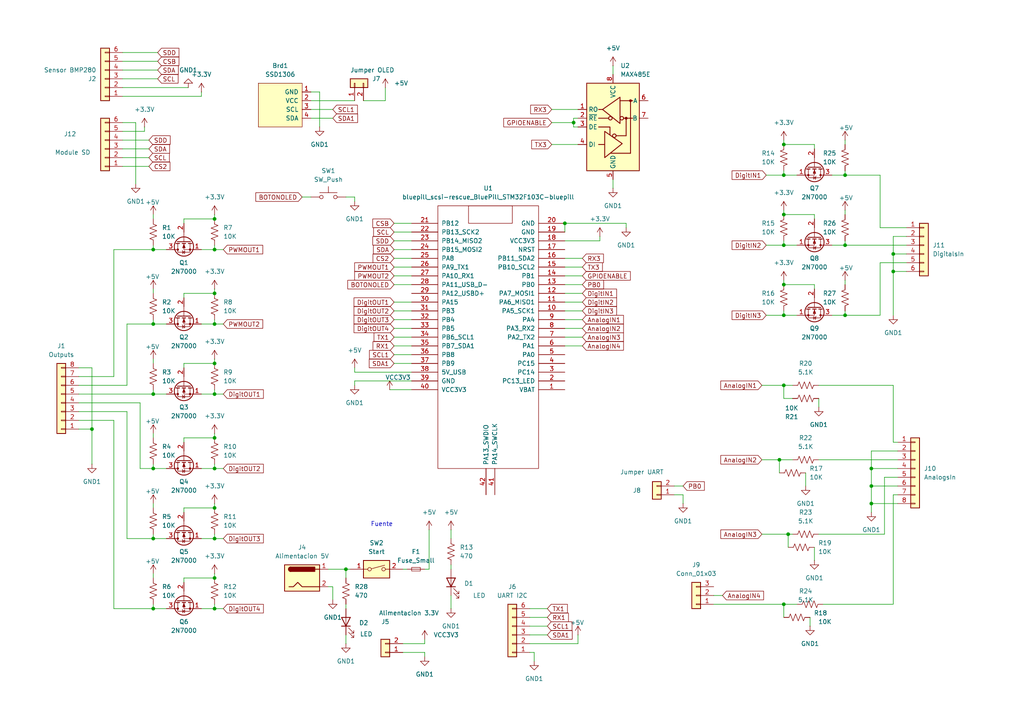
<source format=kicad_sch>
(kicad_sch (version 20250114) (generator "eeschema") (generator_version "9.0")
  (paper "A4")
  (lib_symbols
    (symbol "Connector:Barrel_Jack" (pin_names (offset 1.016))
      (property "Reference" "J" (at 0 5.334 0))
      (property "Value" "Barrel_Jack" (at 0 -5.08 0))
      (symbol "Barrel_Jack_1_1"
        (pin passive line (at 7.62 2.54 180) (length 2.54) (name "~") (number "1"))
        (pin passive line (at 7.62 -2.54 180) (length 2.54) (name "~") (number "2"))
      )
    )
    (symbol "Connector_Generic:Conn_01x02" (pin_names (offset 1.016) (hide yes))
      (property "Reference" "J" (at 0 2.54 0))
      (property "Value" "Conn_01x02" (at 0 -5.08 0))
      (symbol "Conn_01x02_1_1"
        (pin passive line (at -5.08 0 0) (length 3.81) (name "Pin_1") (number "1"))
        (pin passive line (at -5.08 -2.54 0) (length 3.81) (name "Pin_2") (number "2"))
      )
    )
    (symbol "Connector_Generic:Conn_01x03" (pin_names (offset 1.016) (hide yes))
      (property "Reference" "J" (at 0 5.08 0))
      (property "Value" "Conn_01x03" (at 0 -5.08 0))
      (symbol "Conn_01x03_1_1"
        (pin passive line (at -5.08 2.54 0) (length 3.81) (name "Pin_1") (number "1"))
        (pin passive line (at -5.08 0 0) (length 3.81) (name "Pin_2") (number "2"))
        (pin passive line (at -5.08 -2.54 0) (length 3.81) (name "Pin_3") (number "3"))
      )
    )
    (symbol "Connector_Generic:Conn_01x06" (pin_names (offset 1.016) (hide yes))
      (property "Reference" "J" (at 0 7.62 0))
      (property "Value" "Conn_01x06" (at 0 -10.16 0))
      (symbol "Conn_01x06_1_1"
        (pin passive line (at -5.08 5.08 0) (length 3.81) (name "Pin_1") (number "1"))
        (pin passive line (at -5.08 2.54 0) (length 3.81) (name "Pin_2") (number "2"))
        (pin passive line (at -5.08 0 0) (length 3.81) (name "Pin_3") (number "3"))
        (pin passive line (at -5.08 -2.54 0) (length 3.81) (name "Pin_4") (number "4"))
        (pin passive line (at -5.08 -5.08 0) (length 3.81) (name "Pin_5") (number "5"))
        (pin passive line (at -5.08 -7.62 0) (length 3.81) (name "Pin_6") (number "6"))
      )
    )
    (symbol "Connector_Generic:Conn_01x08" (pin_names (offset 1.016) (hide yes))
      (property "Reference" "J" (at 0 10.16 0))
      (property "Value" "Conn_01x08" (at 0 -12.7 0))
      (symbol "Conn_01x08_1_1"
        (pin passive line (at -5.08 7.62 0) (length 3.81) (name "Pin_1") (number "1"))
        (pin passive line (at -5.08 5.08 0) (length 3.81) (name "Pin_2") (number "2"))
        (pin passive line (at -5.08 2.54 0) (length 3.81) (name "Pin_3") (number "3"))
        (pin passive line (at -5.08 0 0) (length 3.81) (name "Pin_4") (number "4"))
        (pin passive line (at -5.08 -2.54 0) (length 3.81) (name "Pin_5") (number "5"))
        (pin passive line (at -5.08 -5.08 0) (length 3.81) (name "Pin_6") (number "6"))
        (pin passive line (at -5.08 -7.62 0) (length 3.81) (name "Pin_7") (number "7"))
        (pin passive line (at -5.08 -10.16 0) (length 3.81) (name "Pin_8") (number "8"))
      )
    )
    (symbol "Device:Fuse_Small" (pin_numbers (hide yes)) (pin_names (offset 0.254) (hide yes))
      (property "Reference" "F" (at 0 -1.524 0))
      (property "Value" "Fuse_Small" (at 0 1.524 0))
      (symbol "Fuse_Small_1_1"
        (pin passive line (at -2.54 0 0) (length 1.27) (name "~") (number "1"))
        (pin passive line (at 2.54 0 180) (length 1.27) (name "~") (number "2"))
      )
    )
    (symbol "Device:LED" (pin_numbers (hide yes)) (pin_names (offset 1.016) (hide yes))
      (property "Reference" "D" (at 0 2.54 0))
      (property "Value" "LED" (at 0 -2.54 0))
      (symbol "LED_1_1"
        (pin passive line (at -3.81 0 0) (length 2.54) (name "K") (number "1"))
        (pin passive line (at 3.81 0 180) (length 2.54) (name "A") (number "2"))
      )
    )
    (symbol "Device:R_US" (pin_numbers (hide yes)) (pin_names (offset 0))
      (property "Reference" "R" (at 2.54 0 90))
      (property "Value" "R_US" (at -2.54 0 90))
      (symbol "R_US_1_1"
        (pin passive line (at 0 3.81 270) (length 1.27) (name "~") (number "1"))
        (pin passive line (at 0 -3.81 90) (length 1.27) (name "~") (number "2"))
      )
    )
    (symbol "Interface_UART:MAX485E"
      (property "Reference" "U" (at -6.985 13.97 0))
      (property "Value" "MAX485E" (at 1.905 13.97 0))
      (symbol "MAX485E_1_1"
        (pin output line (at -10.16 5.08 0) (length 2.54) (name "RO") (number "1"))
        (pin input line (at -10.16 2.54 0) (length 2.54) (name "~{RE}") (number "2"))
        (pin input line (at -10.16 0 0) (length 2.54) (name "DE") (number "3"))
        (pin input line (at -10.16 -5.08 0) (length 2.54) (name "DI") (number "4"))
        (pin power_in line (at 0 15.24 270) (length 2.54) (name "VCC") (number "8"))
        (pin power_in line (at 0 -15.24 90) (length 2.54) (name "GND") (number "5"))
        (pin bidirectional line (at 10.16 7.62 180) (length 2.54) (name "A") (number "6"))
        (pin bidirectional line (at 10.16 2.54 180) (length 2.54) (name "B") (number "7"))
      )
    )
    (symbol "SSD1306-128x64_OLED:SSD1306" (pin_names (offset 1.016))
      (property "Reference" "Brd" (at 0 -3.81 0))
      (property "Value" "SSD1306" (at 0 -1.27 0))
      (symbol "SSD1306_1_1"
        (pin input line (at -3.81 8.89 270) (length 2.54) (name "GND") (number "1"))
        (pin input line (at -1.27 8.89 270) (length 2.54) (name "VCC") (number "2"))
        (pin input line (at 1.27 8.89 270) (length 2.54) (name "SCL") (number "3"))
        (pin input line (at 3.81 8.89 270) (length 2.54) (name "SDA") (number "4"))
      )
    )
    (symbol "Switch:SW_DIP_x01" (pin_names (offset 0) (hide yes))
      (property "Reference" "SW" (at 0 3.81 0))
      (property "Value" "SW_DIP_x01" (at 0 -3.81 0))
      (symbol "SW_DIP_x01_1_1"
        (pin passive line (at -7.62 0 0) (length 5.08) (name "~") (number "1"))
        (pin passive line (at 7.62 0 180) (length 5.08) (name "~") (number "2"))
      )
    )
    (symbol "Switch:SW_Push" (pin_numbers (hide yes)) (pin_names (offset 1.016) (hide yes))
      (property "Reference" "SW" (at 1.27 2.54 0))
      (property "Value" "SW_Push" (at 0 -1.524 0))
      (symbol "SW_Push_0_1"
        (pin passive line (at -5.08 0 0) (length 2.54) (name "1") (number "1"))
        (pin passive line (at 5.08 0 180) (length 2.54) (name "2") (number "2"))
      )
    )
    (symbol "Transistor_FET:2N7000" (pin_names (hide yes))
      (property "Reference" "Q" (at 5.08 1.905 0))
      (property "Value" "2N7000" (at 5.08 0 0))
      (symbol "2N7000_1_1"
        (pin input line (at -5.08 0 0) (length 2.54) (name "G") (number "2"))
        (pin passive line (at 2.54 5.08 270) (length 2.54) (name "D") (number "3"))
        (pin passive line (at 2.54 -5.08 90) (length 2.54) (name "S") (number "1"))
      )
    )
    (symbol "bluepill_scsi-rescue:BluePill_STM32F103C-bluepill-bluepill_scsi-rescue" (pin_names (offset 1.016))
      (property "Reference" "U" (at -11.43 -34.29 0))
      (property "Value" "bluepill_scsi-rescue_BluePill_STM32F103C-bluepill" (at 1.27 21.59 0))
      (symbol "BluePill_STM32F103C-bluepill-bluepill_scsi-rescue_1_1"
        (pin power_in line (at -21.59 17.78 0) (length 7.62) (name "VBAT") (number "1"))
        (pin bidirectional line (at -21.59 15.24 0) (length 7.62) (name "PC13_LED") (number "2"))
        (pin bidirectional line (at -21.59 12.7 0) (length 7.62) (name "PC14") (number "3"))
        (pin bidirectional line (at -21.59 10.16 0) (length 7.62) (name "PC15") (number "4"))
        (pin bidirectional line (at -21.59 7.62 0) (length 7.62) (name "PA0") (number "5"))
        (pin bidirectional line (at -21.59 5.08 0) (length 7.62) (name "PA1") (number "6"))
        (pin bidirectional line (at -21.59 2.54 0) (length 7.62) (name "PA2_TX2") (number "7"))
        (pin bidirectional line (at -21.59 0 0) (length 7.62) (name "PA3_RX2") (number "8"))
        (pin bidirectional line (at -21.59 -2.54 0) (length 7.62) (name "PA4") (number "9"))
        (pin bidirectional line (at -21.59 -5.08 0) (length 7.62) (name "PA5_SCK1") (number "10"))
        (pin bidirectional line (at -21.59 -7.62 0) (length 7.62) (name "PA6_MISO1") (number "11"))
        (pin bidirectional line (at -21.59 -10.16 0) (length 7.62) (name "PA7_MOSI1") (number "12"))
        (pin bidirectional line (at -21.59 -12.7 0) (length 7.62) (name "PB0") (number "13"))
        (pin bidirectional line (at -21.59 -15.24 0) (length 7.62) (name "PB1") (number "14"))
        (pin bidirectional line (at -21.59 -17.78 0) (length 7.62) (name "PB10_SCL2") (number "15"))
        (pin bidirectional line (at -21.59 -20.32 0) (length 7.62) (name "PB11_SDA2") (number "16"))
        (pin input line (at -21.59 -22.86 0) (length 7.62) (name "NRST") (number "17"))
        (pin bidirectional line (at -21.59 -25.4 0) (length 7.62) (name "VCC3V3") (number "18"))
        (pin power_in line (at -21.59 -27.94 0) (length 7.62) (name "GND") (number "19"))
        (pin power_in line (at -21.59 -30.48 0) (length 7.62) (name "GND") (number "20"))
        (pin bidirectional line (at -1.27 48.26 270) (length 7.62) (name "PA14_SWCLK") (number "41"))
        (pin bidirectional line (at 1.27 48.26 270) (length 7.62) (name "PA13_SWDIO") (number "42"))
        (pin bidirectional line (at 22.86 17.78 180) (length 7.62) (name "VCC3V3") (number "40"))
        (pin power_in line (at 22.86 15.24 180) (length 7.62) (name "GND") (number "39"))
        (pin bidirectional line (at 22.86 12.7 180) (length 7.62) (name "5V_USB") (number "38"))
        (pin bidirectional line (at 22.86 10.16 180) (length 7.62) (name "PB9") (number "37"))
        (pin bidirectional line (at 22.86 7.62 180) (length 7.62) (name "PB8") (number "36"))
        (pin bidirectional line (at 22.86 5.08 180) (length 7.62) (name "PB7_SDA1") (number "35"))
        (pin bidirectional line (at 22.86 2.54 180) (length 7.62) (name "PB6_SCL1") (number "34"))
        (pin bidirectional line (at 22.86 0 180) (length 7.62) (name "PB5") (number "33"))
        (pin bidirectional line (at 22.86 -2.54 180) (length 7.62) (name "PB4") (number "32"))
        (pin bidirectional line (at 22.86 -5.08 180) (length 7.62) (name "PB3") (number "31"))
        (pin bidirectional line (at 22.86 -7.62 180) (length 7.62) (name "PA15") (number "30"))
        (pin bidirectional line (at 22.86 -10.16 180) (length 7.62) (name "PA12_USBD+") (number "29"))
        (pin bidirectional line (at 22.86 -12.7 180) (length 7.62) (name "PA11_USB_D-") (number "28"))
        (pin bidirectional line (at 22.86 -15.24 180) (length 7.62) (name "PA10_RX1") (number "27"))
        (pin bidirectional line (at 22.86 -17.78 180) (length 7.62) (name "PA9_TX1") (number "26"))
        (pin bidirectional line (at 22.86 -20.32 180) (length 7.62) (name "PA8") (number "25"))
        (pin bidirectional line (at 22.86 -22.86 180) (length 7.62) (name "PB15_MOSI2") (number "24"))
        (pin bidirectional line (at 22.86 -25.4 180) (length 7.62) (name "PB14_MISO2") (number "23"))
        (pin bidirectional line (at 22.86 -27.94 180) (length 7.62) (name "PB13_SCK2") (number "22"))
        (pin bidirectional line (at 22.86 -30.48 180) (length 7.62) (name "PB12") (number "21"))
      )
    )
    (symbol "power:+3.3V" (power) (pin_numbers (hide yes)) (pin_names (offset 0) (hide yes))
      (property "Value" "+3.3V" (at 0 3.556 0))
      (symbol "+3.3V_1_1"
        (pin power_in line (at 0 0 90) (length 0) (name "~") (number "1"))
      )
    )
    (symbol "power:+5V" (power) (pin_numbers (hide yes)) (pin_names (offset 0) (hide yes))
      (property "Value" "+5V" (at 0 3.556 0))
      (symbol "+5V_1_1"
        (pin power_in line (at 0 0 90) (length 0) (name "~") (number "1"))
      )
    )
    (symbol "power:GND1" (power) (pin_numbers (hide yes)) (pin_names (offset 0) (hide yes))
      (property "Value" "GND1" (at 0 -3.81 0))
      (symbol "GND1_1_1"
        (pin power_in line (at 0 0 270) (length 0) (name "~") (number "1"))
      )
    )
  )
  (text "Fuente\n" (at 110.744 152.146 0) (effects (font (size 1.27 1.27))))
  (junction (at 166.37 35.56))
  (junction (at 62.23 63.5))
  (junction (at 259.08 73.66))
  (junction (at 227.33 175.26))
  (junction (at 26.67 124.46))
  (junction (at 252.73 135.89))
  (junction (at 245.11 71.12))
  (junction (at 227.33 62.23))
  (junction (at 227.33 50.8))
  (junction (at 226.06 133.35))
  (junction (at 163.83 64.77))
  (junction (at 44.45 135.89))
  (junction (at 44.45 156.21))
  (junction (at 245.11 91.44))
  (junction (at 62.23 114.3))
  (junction (at 62.23 156.21))
  (junction (at 252.73 146.05))
  (junction (at 227.33 82.55))
  (junction (at 228.6 154.94))
  (junction (at 62.23 127))
  (junction (at 227.33 71.12))
  (junction (at 100.33 165.1))
  (junction (at 62.23 85.09))
  (junction (at 44.45 72.39))
  (junction (at 62.23 167.64))
  (junction (at 245.11 50.8))
  (junction (at 252.73 140.97))
  (junction (at 62.23 93.98))
  (junction (at 227.33 91.44))
  (junction (at 62.23 147.32))
  (junction (at 62.23 176.53))
  (junction (at 62.23 105.41))
  (junction (at 44.45 176.53))
  (junction (at 259.08 78.74))
  (junction (at 44.45 114.3))
  (junction (at 227.33 111.76))
  (junction (at 227.33 41.91))
  (junction (at 44.45 93.98))
  (junction (at 62.23 72.39))
  (junction (at 62.23 135.89))
  (wire (pts (xy 114.3 97.79) (xy 119.38 97.79)))
  (wire (pts (xy 53.34 168.91) (xy 53.34 167.64)))
  (wire (pts (xy 33.02 176.53) (xy 44.45 176.53)))
  (wire (pts (xy 39.37 35.56) (xy 39.37 53.34)))
  (wire (pts (xy 62.23 156.21) (xy 64.77 156.21)))
  (wire (pts (xy 116.84 165.1) (xy 118.11 165.1)))
  (wire (pts (xy 41.91 38.1) (xy 41.91 36.83)))
  (wire (pts (xy 207.01 175.26) (xy 227.33 175.26)))
  (wire (pts (xy 259.08 111.76) (xy 259.08 128.27)))
  (wire (pts (xy 252.73 130.81) (xy 252.73 135.89)))
  (wire (pts (xy 22.86 119.38) (xy 36.83 119.38)))
  (wire (pts (xy 123.19 189.23) (xy 123.19 190.5)))
  (wire (pts (xy 124.46 153.67) (xy 124.46 165.1)))
  (wire (pts (xy 62.23 166.37) (xy 62.23 167.64)))
  (wire (pts (xy 114.3 102.87) (xy 119.38 102.87)))
  (wire (pts (xy 222.25 91.44) (xy 227.33 91.44)))
  (wire (pts (xy 195.58 143.51) (xy 198.12 143.51)))
  (wire (pts (xy 245.11 71.12) (xy 262.89 71.12)))
  (wire (pts (xy 227.33 90.17) (xy 227.33 91.44)))
  (wire (pts (xy 237.49 154.94) (xy 256.54 154.94)))
  (wire (pts (xy 44.45 114.3) (xy 48.26 114.3)))
  (wire (pts (xy 229.87 115.57) (xy 227.33 115.57)))
  (wire (pts (xy 163.83 74.93) (xy 168.91 74.93)))
  (wire (pts (xy 167.64 184.15) (xy 167.64 186.69)))
  (wire (pts (xy 58.42 135.89) (xy 62.23 135.89)))
  (wire (pts (xy 237.49 111.76) (xy 259.08 111.76)))
  (wire (pts (xy 45.72 15.24) (xy 35.56 15.24)))
  (wire (pts (xy 231.14 50.8) (xy 227.33 50.8)))
  (wire (pts (xy 231.14 91.44) (xy 227.33 91.44)))
  (wire (pts (xy 227.33 40.64) (xy 227.33 41.91)))
  (wire (pts (xy 100.33 184.15) (xy 100.33 186.69)))
  (wire (pts (xy 228.6 154.94) (xy 229.87 154.94)))
  (wire (pts (xy 53.34 86.36) (xy 53.34 85.09)))
  (wire (pts (xy 62.23 62.23) (xy 62.23 63.5)))
  (wire (pts (xy 35.56 45.72) (xy 43.18 45.72)))
  (wire (pts (xy 181.61 64.77) (xy 181.61 66.04)))
  (wire (pts (xy 62.23 176.53) (xy 64.77 176.53)))
  (wire (pts (xy 245.11 71.12) (xy 241.3 71.12)))
  (wire (pts (xy 166.37 36.83) (xy 167.64 36.83)))
  (wire (pts (xy 163.83 64.77) (xy 163.83 67.31)))
  (wire (pts (xy 87.63 57.15) (xy 90.17 57.15)))
  (wire (pts (xy 62.23 72.39) (xy 64.77 72.39)))
  (wire (pts (xy 173.99 69.85) (xy 173.99 68.58)))
  (wire (pts (xy 58.42 114.3) (xy 62.23 114.3)))
  (wire (pts (xy 130.81 163.83) (xy 130.81 165.1)))
  (wire (pts (xy 114.3 67.31) (xy 119.38 67.31)))
  (wire (pts (xy 259.08 78.74) (xy 259.08 91.44)))
  (wire (pts (xy 44.45 156.21) (xy 48.26 156.21)))
  (wire (pts (xy 163.83 92.71) (xy 168.91 92.71)))
  (wire (pts (xy 40.64 135.89) (xy 44.45 135.89)))
  (wire (pts (xy 163.83 97.79) (xy 168.91 97.79)))
  (wire (pts (xy 35.56 43.18) (xy 43.18 43.18)))
  (wire (pts (xy 130.81 153.67) (xy 130.81 156.21)))
  (wire (pts (xy 226.06 133.35) (xy 226.06 137.16)))
  (wire (pts (xy 114.3 69.85) (xy 119.38 69.85)))
  (wire (pts (xy 227.33 69.85) (xy 227.33 71.12)))
  (wire (pts (xy 153.67 184.15) (xy 158.75 184.15)))
  (wire (pts (xy 116.84 189.23) (xy 123.19 189.23)))
  (wire (pts (xy 166.37 35.56) (xy 166.37 36.83)))
  (wire (pts (xy 238.76 175.26) (xy 259.08 175.26)))
  (wire (pts (xy 260.35 143.51) (xy 259.08 143.51)))
  (wire (pts (xy 62.23 175.26) (xy 62.23 176.53)))
  (wire (pts (xy 53.34 85.09) (xy 62.23 85.09)))
  (wire (pts (xy 44.45 93.98) (xy 48.26 93.98)))
  (wire (pts (xy 114.3 100.33) (xy 119.38 100.33)))
  (wire (pts (xy 245.11 60.96) (xy 245.11 62.23)))
  (wire (pts (xy 163.83 80.01) (xy 168.91 80.01)))
  (wire (pts (xy 44.45 134.62) (xy 44.45 135.89)))
  (wire (pts (xy 53.34 147.32) (xy 62.23 147.32)))
  (wire (pts (xy 96.52 170.18) (xy 95.25 170.18)))
  (wire (pts (xy 95.25 165.1) (xy 100.33 165.1)))
  (wire (pts (xy 102.87 110.49) (xy 102.87 111.76)))
  (wire (pts (xy 113.03 113.03) (xy 119.38 113.03)))
  (wire (pts (xy 245.11 81.28) (xy 245.11 82.55)))
  (wire (pts (xy 35.56 40.64) (xy 43.18 40.64)))
  (wire (pts (xy 153.67 176.53) (xy 158.75 176.53)))
  (wire (pts (xy 58.42 93.98) (xy 62.23 93.98)))
  (wire (pts (xy 53.34 167.64) (xy 62.23 167.64)))
  (wire (pts (xy 90.17 26.67) (xy 92.71 26.67)))
  (wire (pts (xy 40.64 116.84) (xy 40.64 135.89)))
  (wire (pts (xy 236.22 41.91) (xy 227.33 41.91)))
  (wire (pts (xy 90.17 31.75) (xy 96.52 31.75)))
  (wire (pts (xy 259.08 73.66) (xy 259.08 78.74)))
  (wire (pts (xy 252.73 135.89) (xy 252.73 140.97)))
  (wire (pts (xy 44.45 125.73) (xy 44.45 127)))
  (wire (pts (xy 114.3 64.77) (xy 119.38 64.77)))
  (wire (pts (xy 245.11 90.17) (xy 245.11 91.44)))
  (wire (pts (xy 35.56 35.56) (xy 39.37 35.56)))
  (wire (pts (xy 160.02 31.75) (xy 167.64 31.75)))
  (wire (pts (xy 114.3 90.17) (xy 119.38 90.17)))
  (wire (pts (xy 163.83 100.33) (xy 168.91 100.33)))
  (wire (pts (xy 22.86 116.84) (xy 40.64 116.84)))
  (wire (pts (xy 255.27 66.04) (xy 255.27 50.8)))
  (wire (pts (xy 227.33 49.53) (xy 227.33 50.8)))
  (wire (pts (xy 220.98 111.76) (xy 227.33 111.76)))
  (wire (pts (xy 35.56 48.26) (xy 43.18 48.26)))
  (wire (pts (xy 227.33 60.96) (xy 227.33 62.23)))
  (wire (pts (xy 22.86 109.22) (xy 33.02 109.22)))
  (wire (pts (xy 222.25 71.12) (xy 227.33 71.12)))
  (wire (pts (xy 163.83 90.17) (xy 168.91 90.17)))
  (wire (pts (xy 62.23 93.98) (xy 64.77 93.98)))
  (wire (pts (xy 245.11 49.53) (xy 245.11 50.8)))
  (wire (pts (xy 255.27 50.8) (xy 245.11 50.8)))
  (wire (pts (xy 234.95 179.07) (xy 234.95 181.61)))
  (wire (pts (xy 54.61 25.4) (xy 35.56 25.4)))
  (wire (pts (xy 252.73 148.59) (xy 252.73 146.05)))
  (wire (pts (xy 33.02 72.39) (xy 44.45 72.39)))
  (wire (pts (xy 236.22 63.5) (xy 236.22 62.23)))
  (wire (pts (xy 163.83 69.85) (xy 173.99 69.85)))
  (wire (pts (xy 114.3 77.47) (xy 119.38 77.47)))
  (wire (pts (xy 163.83 82.55) (xy 168.91 82.55)))
  (wire (pts (xy 259.08 73.66) (xy 262.89 73.66)))
  (wire (pts (xy 256.54 138.43) (xy 256.54 154.94)))
  (wire (pts (xy 114.3 80.01) (xy 119.38 80.01)))
  (wire (pts (xy 259.08 143.51) (xy 259.08 175.26)))
  (wire (pts (xy 102.87 57.15) (xy 100.33 57.15)))
  (wire (pts (xy 227.33 111.76) (xy 229.87 111.76)))
  (wire (pts (xy 124.46 165.1) (xy 123.19 165.1)))
  (wire (pts (xy 53.34 106.68) (xy 53.34 105.41)))
  (wire (pts (xy 62.23 113.03) (xy 62.23 114.3)))
  (wire (pts (xy 153.67 189.23) (xy 154.94 189.23)))
  (wire (pts (xy 260.35 138.43) (xy 256.54 138.43)))
  (wire (pts (xy 44.45 92.71) (xy 44.45 93.98)))
  (wire (pts (xy 177.8 52.07) (xy 177.8 54.61)))
  (wire (pts (xy 262.89 68.58) (xy 259.08 68.58)))
  (wire (pts (xy 245.11 91.44) (xy 241.3 91.44)))
  (wire (pts (xy 227.33 175.26) (xy 227.33 179.07)))
  (wire (pts (xy 44.45 104.14) (xy 44.45 105.41)))
  (wire (pts (xy 220.98 154.94) (xy 228.6 154.94)))
  (wire (pts (xy 154.94 189.23) (xy 154.94 191.77)))
  (wire (pts (xy 102.87 110.49) (xy 119.38 110.49)))
  (wire (pts (xy 220.98 133.35) (xy 226.06 133.35)))
  (wire (pts (xy 177.8 19.05) (xy 177.8 21.59)))
  (wire (pts (xy 163.83 77.47) (xy 168.91 77.47)))
  (wire (pts (xy 62.23 134.62) (xy 62.23 135.89)))
  (wire (pts (xy 44.45 166.37) (xy 44.45 167.64)))
  (wire (pts (xy 53.34 105.41) (xy 62.23 105.41)))
  (wire (pts (xy 119.38 107.95) (xy 102.87 107.95)))
  (wire (pts (xy 227.33 175.26) (xy 231.14 175.26)))
  (wire (pts (xy 33.02 121.92) (xy 33.02 176.53)))
  (wire (pts (xy 163.83 85.09) (xy 168.91 85.09)))
  (wire (pts (xy 36.83 111.76) (xy 36.83 93.98)))
  (wire (pts (xy 26.67 124.46) (xy 26.67 134.62)))
  (wire (pts (xy 62.23 146.05) (xy 62.23 147.32)))
  (wire (pts (xy 160.02 35.56) (xy 166.37 35.56)))
  (wire (pts (xy 44.45 113.03) (xy 44.45 114.3)))
  (wire (pts (xy 53.34 64.77) (xy 53.34 63.5)))
  (wire (pts (xy 36.83 119.38) (xy 36.83 156.21)))
  (wire (pts (xy 163.83 87.63) (xy 168.91 87.63)))
  (wire (pts (xy 166.37 34.29) (xy 166.37 35.56)))
  (wire (pts (xy 22.86 111.76) (xy 36.83 111.76)))
  (wire (pts (xy 123.19 186.69) (xy 123.19 185.42)))
  (wire (pts (xy 100.33 167.64) (xy 100.33 165.1)))
  (wire (pts (xy 100.33 165.1) (xy 101.6 165.1)))
  (wire (pts (xy 44.45 175.26) (xy 44.45 176.53)))
  (wire (pts (xy 105.41 29.21) (xy 111.76 29.21)))
  (wire (pts (xy 45.72 17.78) (xy 35.56 17.78)))
  (wire (pts (xy 226.06 133.35) (xy 229.87 133.35)))
  (wire (pts (xy 260.35 130.81) (xy 252.73 130.81)))
  (wire (pts (xy 53.34 148.59) (xy 53.34 147.32)))
  (wire (pts (xy 262.89 66.04) (xy 255.27 66.04)))
  (wire (pts (xy 33.02 109.22) (xy 33.02 72.39)))
  (wire (pts (xy 44.45 62.23) (xy 44.45 63.5)))
  (wire (pts (xy 62.23 125.73) (xy 62.23 127)))
  (wire (pts (xy 114.3 82.55) (xy 119.38 82.55)))
  (wire (pts (xy 100.33 176.53) (xy 100.33 175.26)))
  (wire (pts (xy 44.45 71.12) (xy 44.45 72.39)))
  (wire (pts (xy 53.34 127) (xy 62.23 127)))
  (wire (pts (xy 114.3 74.93) (xy 119.38 74.93)))
  (wire (pts (xy 44.45 146.05) (xy 44.45 147.32)))
  (wire (pts (xy 259.08 78.74) (xy 262.89 78.74)))
  (wire (pts (xy 22.86 121.92) (xy 33.02 121.92)))
  (wire (pts (xy 114.3 87.63) (xy 119.38 87.63)))
  (wire (pts (xy 153.67 181.61) (xy 158.75 181.61)))
  (wire (pts (xy 62.23 154.94) (xy 62.23 156.21)))
  (wire (pts (xy 231.14 71.12) (xy 227.33 71.12)))
  (wire (pts (xy 259.08 128.27) (xy 260.35 128.27)))
  (wire (pts (xy 259.08 68.58) (xy 259.08 73.66)))
  (wire (pts (xy 114.3 92.71) (xy 119.38 92.71)))
  (wire (pts (xy 160.02 41.91) (xy 167.64 41.91)))
  (wire (pts (xy 22.86 124.46) (xy 26.67 124.46)))
  (wire (pts (xy 236.22 82.55) (xy 227.33 82.55)))
  (wire (pts (xy 44.45 176.53) (xy 48.26 176.53)))
  (wire (pts (xy 36.83 156.21) (xy 44.45 156.21)))
  (wire (pts (xy 227.33 115.57) (xy 227.33 111.76)))
  (wire (pts (xy 114.3 95.25) (xy 119.38 95.25)))
  (wire (pts (xy 45.72 20.32) (xy 35.56 20.32)))
  (wire (pts (xy 92.71 26.67) (xy 92.71 36.83)))
  (wire (pts (xy 207.01 172.72) (xy 209.55 172.72)))
  (wire (pts (xy 35.56 27.94) (xy 58.42 27.94)))
  (wire (pts (xy 255.27 91.44) (xy 245.11 91.44)))
  (wire (pts (xy 62.23 135.89) (xy 64.77 135.89)))
  (wire (pts (xy 236.22 43.18) (xy 236.22 41.91)))
  (wire (pts (xy 245.11 40.64) (xy 245.11 41.91)))
  (wire (pts (xy 111.76 25.4) (xy 111.76 29.21)))
  (wire (pts (xy 62.23 92.71) (xy 62.23 93.98)))
  (wire (pts (xy 44.45 83.82) (xy 44.45 85.09)))
  (wire (pts (xy 62.23 114.3) (xy 64.77 114.3)))
  (wire (pts (xy 53.34 63.5) (xy 62.23 63.5)))
  (wire (pts (xy 163.83 95.25) (xy 168.91 95.25)))
  (wire (pts (xy 167.64 186.69) (xy 153.67 186.69)))
  (wire (pts (xy 44.45 135.89) (xy 48.26 135.89)))
  (wire (pts (xy 58.42 176.53) (xy 62.23 176.53)))
  (wire (pts (xy 90.17 29.21) (xy 102.87 29.21)))
  (wire (pts (xy 236.22 62.23) (xy 227.33 62.23)))
  (wire (pts (xy 114.3 105.41) (xy 119.38 105.41)))
  (wire (pts (xy 90.17 34.29) (xy 96.52 34.29)))
  (wire (pts (xy 153.67 179.07) (xy 158.75 179.07)))
  (wire (pts (xy 245.11 69.85) (xy 245.11 71.12)))
  (wire (pts (xy 260.35 140.97) (xy 252.73 140.97)))
  (wire (pts (xy 62.23 71.12) (xy 62.23 72.39)))
  (wire (pts (xy 130.81 172.72) (xy 130.81 176.53)))
  (wire (pts (xy 198.12 143.51) (xy 198.12 146.05)))
  (wire (pts (xy 236.22 83.82) (xy 236.22 82.55)))
  (wire (pts (xy 102.87 58.42) (xy 102.87 57.15)))
  (wire (pts (xy 58.42 72.39) (xy 62.23 72.39)))
  (wire (pts (xy 116.84 186.69) (xy 123.19 186.69)))
  (wire (pts (xy 44.45 72.39) (xy 48.26 72.39)))
  (wire (pts (xy 237.49 115.57) (xy 237.49 118.11)))
  (wire (pts (xy 262.89 76.2) (xy 255.27 76.2)))
  (wire (pts (xy 62.23 83.82) (xy 62.23 85.09)))
  (wire (pts (xy 252.73 140.97) (xy 252.73 146.05)))
  (wire (pts (xy 22.86 114.3) (xy 44.45 114.3)))
  (wire (pts (xy 58.42 27.94) (xy 58.42 26.67)))
  (wire (pts (xy 96.52 173.99) (xy 96.52 170.18)))
  (wire (pts (xy 163.83 64.77) (xy 181.61 64.77)))
  (wire (pts (xy 36.83 93.98) (xy 44.45 93.98)))
  (wire (pts (xy 62.23 104.14) (xy 62.23 105.41)))
  (wire (pts (xy 167.64 34.29) (xy 166.37 34.29)))
  (wire (pts (xy 255.27 76.2) (xy 255.27 91.44)))
  (wire (pts (xy 102.87 107.95) (xy 102.87 106.68)))
  (wire (pts (xy 236.22 158.75) (xy 236.22 162.56)))
  (wire (pts (xy 53.34 128.27) (xy 53.34 127)))
  (wire (pts (xy 222.25 50.8) (xy 227.33 50.8)))
  (wire (pts (xy 45.72 22.86) (xy 35.56 22.86)))
  (wire (pts (xy 245.11 50.8) (xy 241.3 50.8)))
  (wire (pts (xy 35.56 38.1) (xy 41.91 38.1)))
  (wire (pts (xy 44.45 154.94) (xy 44.45 156.21)))
  (wire (pts (xy 227.33 81.28) (xy 227.33 82.55)))
  (wire (pts (xy 26.67 106.68) (xy 26.67 124.46)))
  (wire (pts (xy 195.58 140.97) (xy 198.12 140.97)))
  (wire (pts (xy 233.68 137.16) (xy 233.68 140.97)))
  (wire (pts (xy 58.42 156.21) (xy 62.23 156.21)))
  (wire (pts (xy 22.86 106.68) (xy 26.67 106.68)))
  (wire (pts (xy 252.73 146.05) (xy 260.35 146.05)))
  (wire (pts (xy 114.3 72.39) (xy 119.38 72.39)))
  (wire (pts (xy 237.49 133.35) (xy 260.35 133.35)))
  (wire (pts (xy 252.73 135.89) (xy 260.35 135.89)))
  (wire (pts (xy 228.6 154.94) (xy 228.6 158.75)))
  (global_label "SDA" (shape input) (at 114.3 72.39 180) (property "Intersheetrefs" "${INTERSHEET_REFS}" (effects (hide yes))))
  (global_label "SDA1" (shape input) (at 158.75 184.15 0) (property "Intersheetrefs" "${INTERSHEET_REFS}" (effects (hide yes))))
  (global_label "DigitIN1" (shape input) (at 168.91 85.09 0) (property "Intersheetrefs" "${INTERSHEET_REFS}" (effects (hide yes))))
  (global_label "CS2" (shape input) (at 114.3 74.93 180) (property "Intersheetrefs" "${INTERSHEET_REFS}" (effects (hide yes))))
  (global_label "DigitOUT1" (shape input) (at 64.77 114.3 0) (property "Intersheetrefs" "${INTERSHEET_REFS}" (effects (hide yes))))
  (global_label "CSB" (shape input) (at 45.72 17.78 0) (property "Intersheetrefs" "${INTERSHEET_REFS}" (effects (hide yes))))
  (global_label "AnalogIN3" (shape input) (at 220.98 154.94 180) (property "Intersheetrefs" "${INTERSHEET_REFS}" (effects (hide yes))))
  (global_label "SCL" (shape input) (at 45.72 22.86 0) (property "Intersheetrefs" "${INTERSHEET_REFS}" (effects (hide yes))))
  (global_label "SDA" (shape input) (at 43.18 43.18 0) (property "Intersheetrefs" "${INTERSHEET_REFS}" (effects (hide yes))))
  (global_label "RX3" (shape input) (at 160.02 31.75 180) (property "Intersheetrefs" "${INTERSHEET_REFS}" (effects (hide yes))))
  (global_label "SDA" (shape input) (at 45.72 20.32 0) (property "Intersheetrefs" "${INTERSHEET_REFS}" (effects (hide yes))))
  (global_label "SCL" (shape input) (at 43.18 45.72 0) (property "Intersheetrefs" "${INTERSHEET_REFS}" (effects (hide yes))))
  (global_label "DigitOUT1" (shape input) (at 114.3 87.63 180) (property "Intersheetrefs" "${INTERSHEET_REFS}" (effects (hide yes))))
  (global_label "TX1" (shape input) (at 158.75 176.53 0) (property "Intersheetrefs" "${INTERSHEET_REFS}" (effects (hide yes))))
  (global_label "SCL1" (shape input) (at 114.3 102.87 180) (property "Intersheetrefs" "${INTERSHEET_REFS}" (effects (hide yes))))
  (global_label "BOTONOLED" (shape input) (at 114.3 82.55 180) (property "Intersheetrefs" "${INTERSHEET_REFS}" (effects (hide yes))))
  (global_label "SDD" (shape input) (at 43.18 40.64 0) (property "Intersheetrefs" "${INTERSHEET_REFS}" (effects (hide yes))))
  (global_label "AnalogIN1" (shape input) (at 168.91 92.71 0) (property "Intersheetrefs" "${INTERSHEET_REFS}" (effects (hide yes))))
  (global_label "TX1" (shape input) (at 114.3 97.79 180) (property "Intersheetrefs" "${INTERSHEET_REFS}" (effects (hide yes))))
  (global_label "TX3" (shape input) (at 160.02 41.91 180) (property "Intersheetrefs" "${INTERSHEET_REFS}" (effects (hide yes))))
  (global_label "SCL1" (shape input) (at 96.52 31.75 0) (property "Intersheetrefs" "${INTERSHEET_REFS}" (effects (hide yes))))
  (global_label "DigitIN3" (shape input) (at 222.25 91.44 180) (property "Intersheetrefs" "${INTERSHEET_REFS}" (effects (hide yes))))
  (global_label "DigitIN3" (shape input) (at 168.91 90.17 0) (property "Intersheetrefs" "${INTERSHEET_REFS}" (effects (hide yes))))
  (global_label "AnalogIN1" (shape input) (at 220.98 111.76 180) (property "Intersheetrefs" "${INTERSHEET_REFS}" (effects (hide yes))))
  (global_label "SDD" (shape input) (at 45.72 15.24 0) (property "Intersheetrefs" "${INTERSHEET_REFS}" (effects (hide yes))))
  (global_label "RX1" (shape input) (at 158.75 179.07 0) (property "Intersheetrefs" "${INTERSHEET_REFS}" (effects (hide yes))))
  (global_label "SCL1" (shape input) (at 158.75 181.61 0) (property "Intersheetrefs" "${INTERSHEET_REFS}" (effects (hide yes))))
  (global_label "SDD" (shape input) (at 114.3 69.85 180) (property "Intersheetrefs" "${INTERSHEET_REFS}" (effects (hide yes))))
  (global_label "AnalogIN2" (shape input) (at 220.98 133.35 180) (property "Intersheetrefs" "${INTERSHEET_REFS}" (effects (hide yes))))
  (global_label "DigitIN2" (shape input) (at 168.91 87.63 0) (property "Intersheetrefs" "${INTERSHEET_REFS}" (effects (hide yes))))
  (global_label "DigitOUT4" (shape input) (at 114.3 95.25 180) (property "Intersheetrefs" "${INTERSHEET_REFS}" (effects (hide yes))))
  (global_label "PB0" (shape input) (at 168.91 82.55 0) (property "Intersheetrefs" "${INTERSHEET_REFS}" (effects (hide yes))))
  (global_label "DigitIN1" (shape input) (at 222.25 50.8 180) (property "Intersheetrefs" "${INTERSHEET_REFS}" (effects (hide yes))))
  (global_label "DigitIN2" (shape input) (at 222.25 71.12 180) (property "Intersheetrefs" "${INTERSHEET_REFS}" (effects (hide yes))))
  (global_label "AnalogIN3" (shape input) (at 168.91 97.79 0) (property "Intersheetrefs" "${INTERSHEET_REFS}" (effects (hide yes))))
  (global_label "DigitOUT2" (shape input) (at 114.3 90.17 180) (property "Intersheetrefs" "${INTERSHEET_REFS}" (effects (hide yes))))
  (global_label "PB0" (shape input) (at 198.12 140.97 0) (property "Intersheetrefs" "${INTERSHEET_REFS}" (effects (hide yes))))
  (global_label "PWMOUT2" (shape input) (at 64.77 93.98 0) (property "Intersheetrefs" "${INTERSHEET_REFS}" (effects (hide yes))))
  (global_label "DigitOUT2" (shape input) (at 64.77 135.89 0) (property "Intersheetrefs" "${INTERSHEET_REFS}" (effects (hide yes))))
  (global_label "DigitOUT3" (shape input) (at 64.77 156.21 0) (property "Intersheetrefs" "${INTERSHEET_REFS}" (effects (hide yes))))
  (global_label "AnalogIN4" (shape input) (at 209.55 172.72 0) (property "Intersheetrefs" "${INTERSHEET_REFS}" (effects (hide yes))))
  (global_label "GPIOENABLE" (shape input) (at 168.91 80.01 0) (property "Intersheetrefs" "${INTERSHEET_REFS}" (effects (hide yes))))
  (global_label "DigitOUT3" (shape input) (at 114.3 92.71 180) (property "Intersheetrefs" "${INTERSHEET_REFS}" (effects (hide yes))))
  (global_label "RX1" (shape input) (at 114.3 100.33 180) (property "Intersheetrefs" "${INTERSHEET_REFS}" (effects (hide yes))))
  (global_label "GPIOENABLE" (shape input) (at 160.02 35.56 180) (property "Intersheetrefs" "${INTERSHEET_REFS}" (effects (hide yes))))
  (global_label "RX3" (shape input) (at 168.91 74.93 0) (property "Intersheetrefs" "${INTERSHEET_REFS}" (effects (hide yes))))
  (global_label "BOTONOLED" (shape input) (at 87.63 57.15 180) (property "Intersheetrefs" "${INTERSHEET_REFS}" (effects (hide yes))))
  (global_label "PWMOUT1" (shape input) (at 114.3 77.47 180) (property "Intersheetrefs" "${INTERSHEET_REFS}" (effects (hide yes))))
  (global_label "PWMOUT2" (shape input) (at 114.3 80.01 180) (property "Intersheetrefs" "${INTERSHEET_REFS}" (effects (hide yes))))
  (global_label "DigitOUT4" (shape input) (at 64.77 176.53 0) (property "Intersheetrefs" "${INTERSHEET_REFS}" (effects (hide yes))))
  (global_label "SDA1" (shape input) (at 96.52 34.29 0) (property "Intersheetrefs" "${INTERSHEET_REFS}" (effects (hide yes))))
  (global_label "SCL" (shape input) (at 114.3 67.31 180) (property "Intersheetrefs" "${INTERSHEET_REFS}" (effects (hide yes))))
  (global_label "TX3" (shape input) (at 168.91 77.47 0) (property "Intersheetrefs" "${INTERSHEET_REFS}" (effects (hide yes))))
  (global_label "AnalogIN2" (shape input) (at 168.91 95.25 0) (property "Intersheetrefs" "${INTERSHEET_REFS}" (effects (hide yes))))
  (global_label "AnalogIN4" (shape input) (at 168.91 100.33 0) (property "Intersheetrefs" "${INTERSHEET_REFS}" (effects (hide yes))))
  (global_label "CSB" (shape input) (at 114.3 64.77 180) (property "Intersheetrefs" "${INTERSHEET_REFS}" (effects (hide yes))))
  (global_label "CS2" (shape input) (at 43.18 48.26 0) (property "Intersheetrefs" "${INTERSHEET_REFS}" (effects (hide yes))))
  (global_label "SDA1" (shape input) (at 114.3 105.41 180) (property "Intersheetrefs" "${INTERSHEET_REFS}" (effects (hide yes))))
  (global_label "PWMOUT1" (shape input) (at 64.77 72.39 0) (property "Intersheetrefs" "${INTERSHEET_REFS}" (effects (hide yes))))
  (symbol (lib_id "power:+3.3V") (at 62.23 104.14 0) (unit 1)
    (property "Reference" "#PWR011" (effects (hide yes)))
    (property "Value" "+3.3V" (at 62.23 99.06 0))
    (property "Description" "Power symbol creates a global label with name \"+3.3V\"" (effects (hide yes)))
  )
  (symbol (lib_id "Device:R_US") (at 229.87 137.16 90) (unit 1)
    (property "Reference" "R17" (at 236.728 135.89 90))
    (property "Value" "10K" (at 236.728 138.43 90))
    (property "Footprint" "Resistor_THT:R_Axial_DIN0207_L6.3mm_D2.5mm_P5.08mm_Vertical" (effects (hide yes)))
    (property "Description" "Resistor, US symbol" (effects (hide yes)))
  )
  (symbol (lib_id "Connector_Generic:Conn_01x08") (at 265.43 135.89 0) (unit 1)
    (property "Reference" "J10" (at 267.97 135.8899 0) (effects (justify left)))
    (property "Value" "AnalogsIn" (at 267.97 138.4299 0) (effects (justify left)))
    (property "Footprint" "TerminalBlock_Phoenix:TerminalBlock_Phoenix_MKDS-1,5-8-5.08_1x08_P5.08mm_Horizontal" (effects (hide yes)))
    (property "Description" "Generic connector, single row, 01x08, script generated (kicad-library-utils/schlib/autogen/connector/)" (effects (hide yes)))
  )
  (symbol (lib_id "power:GND1") (at 96.52 173.99 0) (unit 1)
    (property "Reference" "#PWR022" (effects (hide yes)))
    (property "Value" "GND1" (at 96.52 179.07 0))
    (property "Description" "Power symbol creates a global label with name \"GND1\" , ground" (effects (hide yes)))
  )
  (symbol (lib_id "power:+3.3V") (at 62.23 62.23 0) (unit 1)
    (property "Reference" "#PWR09" (effects (hide yes)))
    (property "Value" "+3.3V" (at 62.23 57.15 0))
    (property "Description" "Power symbol creates a global label with name \"+3.3V\"" (effects (hide yes)))
  )
  (symbol (lib_id "Transistor_FET:2N7000") (at 53.34 173.99 90) (mirror x) (unit 1)
    (property "Reference" "Q6" (at 53.34 180.34 90))
    (property "Value" "2N7000" (at 53.34 182.88 90))
    (property "Footprint" "Package_TO_SOT_THT:TO-92L_Inline_Wide" (effects (hide yes)))
    (property "Datasheet" "https://www.vishay.com/docs/70226/70226.pdf" (effects (hide yes)))
    (property "Description" "0.2A Id, 200V Vds, N-Channel MOSFET, 2.6V Logic Level, TO-92" (effects (hide yes)))
  )
  (symbol (lib_id "Transistor_FET:2N7000") (at 53.34 153.67 90) (mirror x) (unit 1)
    (property "Reference" "Q5" (at 53.34 160.02 90))
    (property "Value" "2N7000" (at 53.34 162.56 90))
    (property "Footprint" "Package_TO_SOT_THT:TO-92L_Inline_Wide" (effects (hide yes)))
    (property "Datasheet" "https://www.vishay.com/docs/70226/70226.pdf" (effects (hide yes)))
    (property "Description" "0.2A Id, 200V Vds, N-Channel MOSFET, 2.6V Logic Level, TO-92" (effects (hide yes)))
  )
  (symbol (lib_id "power:GND1") (at 198.12 146.05 0) (unit 1)
    (property "Reference" "#PWR034" (effects (hide yes)))
    (property "Value" "GND1" (at 198.12 151.13 0))
    (property "Description" "Power symbol creates a global label with name \"GND1\" , ground" (effects (hide yes)))
  )
  (symbol (lib_id "power:GND1") (at 237.49 118.11 0) (unit 1)
    (property "Reference" "#PWR041" (effects (hide yes)))
    (property "Value" "GND1" (at 237.49 123.19 0))
    (property "Description" "Power symbol creates a global label with name \"GND1\" , ground" (effects (hide yes)))
  )
  (symbol (lib_id "Connector_Generic:Conn_01x08") (at 17.78 116.84 180) (unit 1)
    (property "Reference" "J1" (at 17.78 100.33 0))
    (property "Value" "Outputs" (at 17.78 102.87 0))
    (property "Footprint" "Connector_PinSocket_2.54mm:PinSocket_1x08_P2.54mm_Vertical" (effects (hide yes)))
    (property "Description" "Generic connector, single row, 01x08, script generated (kicad-library-utils/schlib/autogen/connector/)" (effects (hide yes)))
  )
  (symbol (lib_id "Device:R_US") (at 62.23 151.13 180) (unit 1)
    (property "Reference" "R11" (at 64.77 149.8599 0) (effects (justify right)))
    (property "Value" "10K" (at 64.77 152.3999 0) (effects (justify right)))
    (property "Footprint" "Resistor_THT:R_Axial_DIN0207_L6.3mm_D2.5mm_P5.08mm_Vertical" (effects (hide yes)))
    (property "Description" "Resistor, US symbol" (effects (hide yes)))
  )
  (symbol (lib_id "power:GND1") (at 233.68 140.97 0) (unit 1)
    (property "Reference" "#PWR038" (effects (hide yes)))
    (property "Value" "GND1" (at 233.68 146.05 0))
    (property "Description" "Power symbol creates a global label with name \"GND1\" , ground" (effects (hide yes)))
  )
  (symbol (lib_id "Switch:SW_Push") (at 95.25 57.15 0) (unit 1)
    (property "Reference" "SW1" (at 95.25 49.53 0))
    (property "Value" "SW_Push" (at 95.25 52.07 0))
    (property "Footprint" "Button_Switch_THT:SW_PUSH_6mm_H5mm" (effects (hide yes)))
    (property "Description" "Push button switch, generic, two pins" (effects (hide yes)))
  )
  (symbol (lib_id "power:+3.3V") (at 41.91 36.83 0) (unit 1)
    (property "Reference" "#PWR049" (effects (hide yes)))
    (property "Value" "+3.3V" (at 41.91 31.75 0))
    (property "Description" "Power symbol creates a global label with name \"+3.3V\"" (effects (hide yes)))
  )
  (symbol (lib_id "power:+5V") (at 177.8 19.05 0) (unit 1)
    (property "Reference" "#PWR030" (effects (hide yes)))
    (property "Value" "+5V" (at 177.8 13.97 0))
    (property "Description" "Power symbol creates a global label with name \"+5V\"" (effects (hide yes)))
  )
  (symbol (lib_id "power:+5V") (at 44.45 62.23 0) (unit 1)
    (property "Reference" "#PWR02" (effects (hide yes)))
    (property "Value" "+5V" (at 44.196 58.674 0))
    (property "Description" "Power symbol creates a global label with name \"+5V\"" (effects (hide yes)))
  )
  (symbol (lib_id "power:GND1") (at 102.87 111.76 0) (unit 1)
    (property "Reference" "#PWR017" (effects (hide yes)))
    (property "Value" "GND1" (at 102.87 116.84 0))
    (property "Description" "Power symbol creates a global label with name \"GND1\" , ground" (effects (hide yes)))
  )
  (symbol (lib_id "Transistor_FET:2N7000") (at 53.34 91.44 90) (mirror x) (unit 1)
    (property "Reference" "Q2" (at 53.34 97.79 90))
    (property "Value" "2N7000" (at 53.34 100.33 90))
    (property "Footprint" "Package_TO_SOT_THT:TO-92L_Inline_Wide" (effects (hide yes)))
    (property "Datasheet" "https://www.vishay.com/docs/70226/70226.pdf" (effects (hide yes)))
    (property "Description" "0.2A Id, 200V Vds, N-Channel MOSFET, 2.6V Logic Level, TO-92" (effects (hide yes)))
  )
  (symbol (lib_id "power:+3.3V") (at 62.23 166.37 0) (unit 1)
    (property "Reference" "#PWR014" (effects (hide yes)))
    (property "Value" "+3.3V" (at 62.23 161.29 0))
    (property "Description" "Power symbol creates a global label with name \"+3.3V\"" (effects (hide yes)))
  )
  (symbol (lib_id "Device:R_US") (at 232.41 158.75 90) (unit 1)
    (property "Reference" "R19" (at 239.268 157.48 90))
    (property "Value" "10K" (at 239.268 160.02 90))
    (property "Footprint" "Resistor_THT:R_Axial_DIN0207_L6.3mm_D2.5mm_P5.08mm_Vertical" (effects (hide yes)))
    (property "Description" "Resistor, US symbol" (effects (hide yes)))
  )
  (symbol (lib_id "Device:R_US") (at 62.23 88.9 180) (unit 1)
    (property "Reference" "R8" (at 64.77 87.6299 0) (effects (justify right)))
    (property "Value" "10K" (at 64.77 90.1699 0) (effects (justify right)))
    (property "Footprint" "Resistor_THT:R_Axial_DIN0207_L6.3mm_D2.5mm_P5.08mm_Vertical" (effects (hide yes)))
    (property "Description" "Resistor, US symbol" (effects (hide yes)))
  )
  (symbol (lib_id "Transistor_FET:2N7000") (at 236.22 88.9 270) (unit 1)
    (property "Reference" "Q9" (at 236.22 95.25 90))
    (property "Value" "2N7000" (at 236.22 97.79 90))
    (property "Footprint" "Package_TO_SOT_THT:TO-92L_Inline_Wide" (effects (hide yes)))
    (property "Datasheet" "https://www.vishay.com/docs/70226/70226.pdf" (effects (hide yes)))
    (property "Description" "0.2A Id, 200V Vds, N-Channel MOSFET, 2.6V Logic Level, TO-92" (effects (hide yes)))
  )
  (symbol (lib_id "power:+5V") (at 245.11 40.64 0) (mirror y) (unit 1)
    (property "Reference" "#PWR042" (effects (hide yes)))
    (property "Value" "+5V" (at 245.364 37.084 0))
    (property "Description" "Power symbol creates a global label with name \"+5V\"" (effects (hide yes)))
  )
  (symbol (lib_id "power:+5V") (at 44.45 83.82 0) (unit 1)
    (property "Reference" "#PWR03" (effects (hide yes)))
    (property "Value" "+5V" (at 44.196 80.264 0))
    (property "Description" "Power symbol creates a global label with name \"+5V\"" (effects (hide yes)))
  )
  (symbol (lib_id "power:+5V") (at 130.81 153.67 0) (unit 1)
    (property "Reference" "#PWR024" (effects (hide yes)))
    (property "Value" "+5V" (at 130.81 148.59 0))
    (property "Description" "Power symbol creates a global label with name \"+5V\"" (effects (hide yes)))
  )
  (symbol (lib_id "power:GND1") (at 100.33 186.69 0) (unit 1)
    (property "Reference" "#PWR047" (effects (hide yes)))
    (property "Value" "GND1" (at 100.33 191.77 0))
    (property "Description" "Power symbol creates a global label with name \"GND1\" , ground" (effects (hide yes)))
  )
  (symbol (lib_id "power:GND1") (at 234.95 181.61 0) (unit 1)
    (property "Reference" "#PWR039" (effects (hide yes)))
    (property "Value" "GND1" (at 234.95 186.69 0))
    (property "Description" "Power symbol creates a global label with name \"GND1\" , ground" (effects (hide yes)))
  )
  (symbol (lib_id "Device:R_US") (at 44.45 151.13 180) (unit 1)
    (property "Reference" "R5" (at 46.99 149.8599 0) (effects (justify right)))
    (property "Value" "10K" (at 46.99 152.3999 0) (effects (justify right)))
    (property "Footprint" "Resistor_THT:R_Axial_DIN0207_L6.3mm_D2.5mm_P10.16mm_Horizontal" (effects (hide yes)))
    (property "Description" "Resistor, US symbol" (effects (hide yes)))
  )
  (symbol (lib_id "power:GND1") (at 236.22 162.56 0) (unit 1)
    (property "Reference" "#PWR040" (effects (hide yes)))
    (property "Value" "GND1" (at 236.22 167.64 0))
    (property "Description" "Power symbol creates a global label with name \"GND1\" , ground" (effects (hide yes)))
  )
  (symbol (lib_id "power:+5V") (at 245.11 60.96 0) (mirror y) (unit 1)
    (property "Reference" "#PWR043" (effects (hide yes)))
    (property "Value" "+5V" (at 245.364 57.404 0))
    (property "Description" "Power symbol creates a global label with name \"+5V\"" (effects (hide yes)))
  )
  (symbol (lib_id "Device:LED") (at 100.33 180.34 90) (unit 1)
    (property "Reference" "D2" (at 104.14 180.6574 90) (effects (justify right)))
    (property "Value" "LED" (at 104.394 183.896 90) (effects (justify right)))
    (property "Footprint" "LED_THT:LED_D3.0mm" (effects (hide yes)))
    (property "Description" "Light emitting diode" (effects (hide yes)))
    (property "Sim.Pins" "1=K 2=A" (effects (hide yes)))
  )
  (symbol (lib_id "Interface_UART:MAX485E") (at 177.8 36.83 0) (unit 1)
    (property "Reference" "U2" (at 179.9433 19.05 0) (effects (justify left)))
    (property "Value" "MAX485E" (at 179.9433 21.59 0) (effects (justify left)))
    (property "Footprint" "TerminalBlock_Phoenix:TerminalBlock_Phoenix_PTSM-0,5-4-2.5-H-THR_1x04_P2.50mm_Horizontal" (effects (hide yes)))
    (property "Datasheet" "https://datasheets.maximintegrated.com/en/ds/MAX1487E-MAX491E.pdf" (effects (hide yes)))
    (property "Description" "Half duplex RS-485/RS-422, 2.5 Mbps, ±15kV electro-static discharge (ESD) protection, no slew-rate, no low-power shutdown, with receiver/driver enable, 32 receiver drive capability, DIP-8 and SOIC-8" (effects (hide yes)))
  )
  (symbol (lib_id "power:+3.3V") (at 62.23 125.73 0) (unit 1)
    (property "Reference" "#PWR012" (effects (hide yes)))
    (property "Value" "+3.3V" (at 62.23 120.65 0))
    (property "Description" "Power symbol creates a global label with name \"+3.3V\"" (effects (hide yes)))
  )
  (symbol (lib_id "Device:R_US") (at 130.81 160.02 0) (unit 1)
    (property "Reference" "R13" (at 133.35 158.7499 0) (effects (justify left)))
    (property "Value" "470" (at 133.35 161.2899 0) (effects (justify left)))
    (property "Footprint" "Resistor_THT:R_Axial_DIN0207_L6.3mm_D2.5mm_P2.54mm_Vertical" (effects (hide yes)))
    (property "Description" "Resistor, US symbol" (effects (hide yes)))
  )
  (symbol (lib_id "Connector_Generic:Conn_01x06") (at 30.48 43.18 180) (unit 1)
    (property "Reference" "J12" (at 20.32 38.862 0))
    (property "Value" "Module SD" (at 21.082 44.196 0))
    (property "Footprint" "Connector_PinSocket_2.54mm:PinSocket_1x06_P2.54mm_Vertical" (effects (hide yes)))
    (property "Description" "Generic connector, single row, 01x06, script generated (kicad-library-utils/schlib/autogen/connector/)" (effects (hide yes)))
  )
  (symbol (lib_id "power:GND1") (at 177.8 54.61 0) (unit 1)
    (property "Reference" "#PWR031" (effects (hide yes)))
    (property "Value" "GND1" (at 177.8 59.69 0))
    (property "Description" "Power symbol creates a global label with name \"GND1\" , ground" (effects (hide yes)))
  )
  (symbol (lib_id "Connector_Generic:Conn_01x02") (at 111.76 189.23 180) (unit 1)
    (property "Reference" "J5" (at 111.76 180.34 0))
    (property "Value" "Alimentacion 3.3V" (at 118.618 177.8 0))
    (property "Footprint" "Connector_PinSocket_2.54mm:PinSocket_1x02_P2.54mm_Vertical" (effects (hide yes)))
    (property "Description" "Generic connector, single row, 01x02, script generated (kicad-library-utils/schlib/autogen/connector/)" (effects (hide yes)))
  )
  (symbol (lib_id "power:+5V") (at 44.45 166.37 0) (unit 1)
    (property "Reference" "#PWR07" (effects (hide yes)))
    (property "Value" "+5V" (at 44.196 162.814 0))
    (property "Description" "Power symbol creates a global label with name \"+5V\"" (effects (hide yes)))
  )
  (symbol (lib_id "power:GND1") (at 123.19 190.5 0) (unit 1)
    (property "Reference" "#PWR019" (effects (hide yes)))
    (property "Value" "GND1" (at 123.19 195.58 0))
    (property "Description" "Power symbol creates a global label with name \"GND1\" , ground" (effects (hide yes)))
  )
  (symbol (lib_id "Device:R_US") (at 245.11 66.04 0) (mirror x) (unit 1)
    (property "Reference" "R26" (at 242.57 64.7699 0) (effects (justify right)))
    (property "Value" "10K" (at 242.57 67.3099 0) (effects (justify right)))
    (property "Footprint" "Resistor_THT:R_Axial_DIN0207_L6.3mm_D2.5mm_P10.16mm_Horizontal" (effects (hide yes)))
    (property "Description" "Resistor, US symbol" (effects (hide yes)))
  )
  (symbol (lib_id "Connector_Generic:Conn_01x06") (at 267.97 71.12 0) (unit 1)
    (property "Reference" "J11" (at 270.51 71.1199 0) (effects (justify left)))
    (property "Value" "DigitalsIn" (at 270.51 73.6599 0) (effects (justify left)))
    (property "Footprint" "Connector_PinSocket_2.54mm:PinSocket_1x06_P2.54mm_Vertical" (effects (hide yes)))
    (property "Description" "Generic connector, single row, 01x06, script generated (kicad-library-utils/schlib/autogen/connector/)" (effects (hide yes)))
  )
  (symbol (lib_id "Connector_Generic:Conn_01x03") (at 201.93 172.72 180) (unit 1)
    (property "Reference" "J9" (at 201.93 163.83 0))
    (property "Value" "Conn_01x03" (at 201.93 166.37 0))
    (property "Footprint" "Connector_PinHeader_2.54mm:PinHeader_1x03_P2.54mm_Vertical" (effects (hide yes)))
    (property "Description" "Generic connector, single row, 01x03, script generated (kicad-library-utils/schlib/autogen/connector/)" (effects (hide yes)))
  )
  (symbol (lib_id "power:GND1") (at 26.67 134.62 0) (unit 1)
    (property "Reference" "#PWR01" (effects (hide yes)))
    (property "Value" "GND1" (at 26.67 139.7 0))
    (property "Description" "Power symbol creates a global label with name \"GND1\" , ground" (effects (hide yes)))
  )
  (symbol (lib_id "Transistor_FET:2N7000") (at 53.34 133.35 90) (mirror x) (unit 1)
    (property "Reference" "Q4" (at 53.34 139.7 90))
    (property "Value" "2N7000" (at 53.34 142.24 90))
    (property "Footprint" "Package_TO_SOT_THT:TO-92L_Inline_Wide" (effects (hide yes)))
    (property "Datasheet" "https://www.vishay.com/docs/70226/70226.pdf" (effects (hide yes)))
    (property "Description" "0.2A Id, 200V Vds, N-Channel MOSFET, 2.6V Logic Level, TO-92" (effects (hide yes)))
  )
  (symbol (lib_id "power:GND1") (at 181.61 66.04 0) (unit 1)
    (property "Reference" "#PWR033" (effects (hide yes)))
    (property "Value" "GND1" (at 181.61 71.12 0))
    (property "Description" "Power symbol creates a global label with name \"GND1\" , ground" (effects (hide yes)))
  )
  (symbol (lib_id "Device:R_US") (at 44.45 67.31 180) (unit 1)
    (property "Reference" "R1" (at 46.99 66.0399 0) (effects (justify right)))
    (property "Value" "10K" (at 46.99 68.5799 0) (effects (justify right)))
    (property "Footprint" "Resistor_THT:R_Axial_DIN0207_L6.3mm_D2.5mm_P5.08mm_Vertical" (effects (hide yes)))
    (property "Description" "Resistor, US symbol" (effects (hide yes)))
  )
  (symbol (lib_id "Device:R_US") (at 227.33 45.72 0) (mirror x) (unit 1)
    (property "Reference" "R14" (at 224.79 44.4499 0) (effects (justify right)))
    (property "Value" "10K" (at 224.79 46.9899 0) (effects (justify right)))
    (property "Footprint" "Resistor_THT:R_Axial_DIN0207_L6.3mm_D2.5mm_P5.08mm_Vertical" (effects (hide yes)))
    (property "Description" "Resistor, US symbol" (effects (hide yes)))
  )
  (symbol (lib_id "Connector_Generic:Conn_01x06") (at 30.48 22.86 180) (unit 1)
    (property "Reference" "J2" (at 27.94 22.8601 0) (effects (justify left)))
    (property "Value" "Sensor BMP280" (at 27.94 20.3201 0) (effects (justify left)))
    (property "Footprint" "Connector_PinSocket_2.54mm:PinSocket_1x06_P2.54mm_Vertical" (effects (hide yes)))
    (property "Description" "Generic connector, single row, 01x06, script generated (kicad-library-utils/schlib/autogen/connector/)" (effects (hide yes)))
  )
  (symbol (lib_id "Connector_Generic:Conn_01x02") (at 190.5 143.51 180) (unit 1)
    (property "Reference" "J8" (at 185.928 142.24 0) (effects (justify left)))
    (property "Value" "Jumper UART" (at 192.532 136.906 0) (effects (justify left)))
    (property "Footprint" "Connector_PinHeader_2.54mm:PinHeader_1x02_P2.54mm_Vertical" (effects (hide yes)))
    (property "Description" "Generic connector, single row, 01x02, script generated (kicad-library-utils/schlib/autogen/connector/)" (effects (hide yes)))
  )
  (symbol (lib_id "power:+5V") (at 102.87 106.68 0) (unit 1)
    (property "Reference" "#PWR016" (effects (hide yes)))
    (property "Value" "+5V" (at 102.87 101.6 0))
    (property "Description" "Power symbol creates a global label with name \"+5V\"" (effects (hide yes)))
  )
  (symbol (lib_id "Device:LED") (at 130.81 168.91 90) (unit 1)
    (property "Reference" "D1" (at 134.62 169.2274 90) (effects (justify right)))
    (property "Value" "LED" (at 137.16 172.72 90) (effects (justify right)))
    (property "Footprint" "LED_THT:LED_D3.0mm" (effects (hide yes)))
    (property "Description" "Light emitting diode" (effects (hide yes)))
    (property "Sim.Pins" "1=K 2=A" (effects (hide yes)))
  )
  (symbol (lib_id "Device:R_US") (at 233.68 133.35 90) (unit 1)
    (property "Reference" "R22" (at 233.68 127 90))
    (property "Value" "5.1K" (at 233.68 129.54 90))
    (property "Footprint" "Resistor_THT:R_Axial_DIN0207_L6.3mm_D2.5mm_P5.08mm_Vertical" (effects (hide yes)))
    (property "Description" "Resistor, US symbol" (effects (hide yes)))
  )
  (symbol (lib_id "Connector:Barrel_Jack") (at 87.63 167.64 0) (unit 1)
    (property "Reference" "J4" (at 87.63 158.75 0))
    (property "Value" "Alimentacion 5V" (at 87.63 161.29 0))
    (property "Footprint" "Connector_BarrelJack:BarrelJack_Horizontal" (effects (hide yes)))
    (property "Description" "DC Barrel Jack" (effects (hide yes)))
  )
  (symbol (lib_id "power:+5V") (at 124.46 153.67 0) (unit 1)
    (property "Reference" "#PWR023" (effects (hide yes)))
    (property "Value" "+5V" (at 124.46 148.59 0))
    (property "Description" "Power symbol creates a global label with name \"+5V\"" (effects (hide yes)))
  )
  (symbol (lib_id "power:GND1") (at 92.71 36.83 0) (unit 1)
    (property "Reference" "#PWR027" (effects (hide yes)))
    (property "Value" "GND1" (at 92.71 41.91 0))
    (property "Description" "Power symbol creates a global label with name \"GND1\" , ground" (effects (hide yes)))
  )
  (symbol (lib_id "Device:Fuse_Small") (at 120.65 165.1 0) (unit 1)
    (property "Reference" "F1" (at 120.65 160.02 0))
    (property "Value" "Fuse_Small" (at 120.65 162.56 0))
    (property "Footprint" "Fuse:Fuseholder_Clip-5x20mm_Schurter_OG_Lateral_P15.00x5.00mm_D1.3mm_Horizontal" (effects (hide yes)))
    (property "Description" "Fuse, small symbol" (effects (hide yes)))
  )
  (symbol (lib_id "Device:R_US") (at 62.23 67.31 180) (unit 1)
    (property "Reference" "R7" (at 64.77 66.0399 0) (effects (justify right)))
    (property "Value" "10K" (at 64.77 68.5799 0) (effects (justify right)))
    (property "Footprint" "Resistor_THT:R_Axial_DIN0207_L6.3mm_D2.5mm_P5.08mm_Vertical" (effects (hide yes)))
    (property "Description" "Resistor, US symbol" (effects (hide yes)))
  )
  (symbol (lib_id "Switch:SW_DIP_x01") (at 109.22 165.1 0) (unit 1)
    (property "Reference" "SW2" (at 109.22 157.48 0))
    (property "Value" "Start" (at 109.22 160.02 0))
    (property "Footprint" "Button_Switch_THT:SW_DIP_SPSTx01_Slide_9.78x4.72mm_W7.62mm_P2.54mm" (effects (hide yes)))
    (property "Description" "1x DIP Switch, Single Pole Single Throw (SPST) switch, small symbol" (effects (hide yes)))
  )
  (symbol (lib_id "power:GND1") (at 154.94 191.77 0) (unit 1)
    (property "Reference" "#PWR026" (effects (hide yes)))
    (property "Value" "GND1" (at 154.94 196.85 0))
    (property "Description" "Power symbol creates a global label with name \"GND1\" , ground" (effects (hide yes)))
  )
  (symbol (lib_id "Transistor_FET:2N7000") (at 53.34 69.85 90) (mirror x) (unit 1)
    (property "Reference" "Q1" (at 53.34 76.2 90))
    (property "Value" "2N7000" (at 53.34 78.74 90))
    (property "Footprint" "Package_TO_SOT_THT:TO-92L_Inline_Wide" (effects (hide yes)))
    (property "Datasheet" "https://www.vishay.com/docs/70226/70226.pdf" (effects (hide yes)))
    (property "Description" "0.2A Id, 200V Vds, N-Channel MOSFET, 2.6V Logic Level, TO-92" (effects (hide yes)))
  )
  (symbol (lib_id "Device:R_US") (at 44.45 130.81 180) (unit 1)
    (property "Reference" "R4" (at 46.99 129.5399 0) (effects (justify right)))
    (property "Value" "10K" (at 46.99 132.0799 0) (effects (justify right)))
    (property "Footprint" "Resistor_THT:R_Axial_DIN0207_L6.3mm_D2.5mm_P10.16mm_Horizontal" (effects (hide yes)))
    (property "Description" "Resistor, US symbol" (effects (hide yes)))
  )
  (symbol (lib_id "Device:R_US") (at 227.33 86.36 0) (mirror x) (unit 1)
    (property "Reference" "R16" (at 224.79 85.0899 0) (effects (justify right)))
    (property "Value" "10K" (at 224.79 87.6299 0) (effects (justify right)))
    (property "Footprint" "Resistor_THT:R_Axial_DIN0207_L6.3mm_D2.5mm_P5.08mm_Vertical" (effects (hide yes)))
    (property "Description" "Resistor, US symbol" (effects (hide yes)))
  )
  (symbol (lib_id "Device:R_US") (at 245.11 86.36 0) (mirror x) (unit 1)
    (property "Reference" "R27" (at 242.57 85.0899 0) (effects (justify right)))
    (property "Value" "10K" (at 242.57 87.6299 0) (effects (justify right)))
    (property "Footprint" "Resistor_THT:R_Axial_DIN0207_L6.3mm_D2.5mm_P10.16mm_Horizontal" (effects (hide yes)))
    (property "Description" "Resistor, US symbol" (effects (hide yes)))
  )
  (symbol (lib_id "power:+5V") (at 111.76 25.4 0) (unit 1)
    (property "Reference" "#PWR032" (effects (hide yes)))
    (property "Value" "+5V" (at 114.3 24.1299 0) (effects (justify left)))
    (property "Description" "Power symbol creates a global label with name \"+5V\"" (effects (hide yes)))
  )
  (symbol (lib_id "Device:R_US") (at 62.23 130.81 180) (unit 1)
    (property "Reference" "R10" (at 64.77 129.5399 0) (effects (justify right)))
    (property "Value" "10K" (at 64.77 132.0799 0) (effects (justify right)))
    (property "Footprint" "Resistor_THT:R_Axial_DIN0207_L6.3mm_D2.5mm_P5.08mm_Vertical" (effects (hide yes)))
    (property "Description" "Resistor, US symbol" (effects (hide yes)))
  )
  (symbol (lib_id "power:+3.3V") (at 62.23 83.82 0) (unit 1)
    (property "Reference" "#PWR010" (effects (hide yes)))
    (property "Value" "+3.3V" (at 62.23 78.74 0))
    (property "Description" "Power symbol creates a global label with name \"+3.3V\"" (effects (hide yes)))
  )
  (symbol (lib_id "Device:R_US") (at 62.23 109.22 180) (unit 1)
    (property "Reference" "R9" (at 64.77 107.9499 0) (effects (justify right)))
    (property "Value" "10K" (at 64.77 110.4899 0) (effects (justify right)))
    (property "Footprint" "Resistor_THT:R_Axial_DIN0207_L6.3mm_D2.5mm_P5.08mm_Vertical" (effects (hide yes)))
    (property "Description" "Resistor, US symbol" (effects (hide yes)))
  )
  (symbol (lib_id "power:+3.3V") (at 227.33 40.64 0) (mirror y) (unit 1)
    (property "Reference" "#PWR035" (effects (hide yes)))
    (property "Value" "+3.3V" (at 227.33 35.56 0))
    (property "Description" "Power symbol creates a global label with name \"+3.3V\"" (effects (hide yes)))
  )
  (symbol (lib_id "power:GND1") (at 252.73 148.59 0) (unit 1)
    (property "Reference" "#PWR045" (effects (hide yes)))
    (property "Value" "GND1" (at 252.73 153.67 0))
    (property "Description" "Power symbol creates a global label with name \"GND1\" , ground" (effects (hide yes)))
  )
  (symbol (lib_id "Device:R_US") (at 231.14 179.07 90) (unit 1)
    (property "Reference" "R18" (at 237.998 177.8 90))
    (property "Value" "10K" (at 239.268 180.34 90))
    (property "Footprint" "Resistor_THT:R_Axial_DIN0207_L6.3mm_D2.5mm_P5.08mm_Vertical" (effects (hide yes)))
    (property "Description" "Resistor, US symbol" (effects (hide yes)))
  )
  (symbol (lib_id "Device:R_US") (at 234.95 175.26 90) (unit 1)
    (property "Reference" "R24" (at 233.68 171.45 90))
    (property "Value" "5.1K" (at 233.68 173.99 90))
    (property "Footprint" "Resistor_THT:R_Axial_DIN0207_L6.3mm_D2.5mm_P5.08mm_Vertical" (effects (hide yes)))
    (property "Description" "Resistor, US symbol" (effects (hide yes)))
  )
  (symbol (lib_id "power:+5V") (at 44.45 125.73 0) (unit 1)
    (property "Reference" "#PWR05" (effects (hide yes)))
    (property "Value" "+5V" (at 44.196 122.174 0))
    (property "Description" "Power symbol creates a global label with name \"+5V\"" (effects (hide yes)))
  )
  (symbol (lib_id "Connector_Generic:Conn_01x02") (at 102.87 24.13 90) (unit 1)
    (property "Reference" "J7" (at 107.95 22.8599 90) (effects (justify right)))
    (property "Value" "Jumper OLED" (at 101.6 20.32 90) (effects (justify right)))
    (property "Footprint" "Connector_PinHeader_2.54mm:PinHeader_1x02_P2.54mm_Vertical" (effects (hide yes)))
    (property "Description" "Generic connector, single row, 01x02, script generated (kicad-library-utils/schlib/autogen/connector/)" (effects (hide yes)))
  )
  (symbol (lib_id "Device:R_US") (at 233.68 154.94 90) (unit 1)
    (property "Reference" "R23" (at 233.68 148.59 90))
    (property "Value" "5.1K" (at 233.68 151.13 90))
    (property "Footprint" "Resistor_THT:R_Axial_DIN0207_L6.3mm_D2.5mm_P5.08mm_Vertical" (effects (hide yes)))
    (property "Description" "Resistor, US symbol" (effects (hide yes)))
  )
  (symbol (lib_id "power:+3.3V") (at 227.33 60.96 0) (mirror y) (unit 1)
    (property "Reference" "#PWR036" (effects (hide yes)))
    (property "Value" "+3.3V" (at 227.33 55.88 0))
    (property "Description" "Power symbol creates a global label with name \"+3.3V\"" (effects (hide yes)))
  )
  (symbol (lib_id "power:+3.3V") (at 62.23 146.05 0) (unit 1)
    (property "Reference" "#PWR013" (effects (hide yes)))
    (property "Value" "+3.3V" (at 62.23 140.97 0))
    (property "Description" "Power symbol creates a global label with name \"+3.3V\"" (effects (hide yes)))
  )
  (symbol (lib_id "power:+5V") (at 44.45 104.14 0) (unit 1)
    (property "Reference" "#PWR04" (effects (hide yes)))
    (property "Value" "+5V" (at 44.196 100.584 0))
    (property "Description" "Power symbol creates a global label with name \"+5V\"" (effects (hide yes)))
  )
  (symbol (lib_id "power:+5V") (at 167.64 184.15 0) (unit 1)
    (property "Reference" "#PWR028" (effects (hide yes)))
    (property "Value" "+5V" (at 167.386 180.594 0))
    (property "Description" "Power symbol creates a global label with name \"+5V\"" (effects (hide yes)))
  )
  (symbol (lib_id "Device:R_US") (at 245.11 45.72 0) (mirror x) (unit 1)
    (property "Reference" "R25" (at 242.57 44.4499 0) (effects (justify right)))
    (property "Value" "10K" (at 242.57 46.9899 0) (effects (justify right)))
    (property "Footprint" "Resistor_THT:R_Axial_DIN0207_L6.3mm_D2.5mm_P5.08mm_Vertical" (effects (hide yes)))
    (property "Description" "Resistor, US symbol" (effects (hide yes)))
  )
  (symbol (lib_id "power:GND1") (at 130.81 176.53 0) (unit 1)
    (property "Reference" "#PWR025" (effects (hide yes)))
    (property "Value" "GND1" (at 130.81 181.61 0))
    (property "Description" "Power symbol creates a global label with name \"GND1\" , ground" (effects (hide yes)))
  )
  (symbol (lib_id "power:GND1") (at 54.61 25.4 180) (unit 1)
    (property "Reference" "#PWR08" (effects (hide yes)))
    (property "Value" "GND1" (at 54.61 20.32 0))
    (property "Description" "Power symbol creates a global label with name \"GND1\" , ground" (effects (hide yes)))
  )
  (symbol (lib_id "power:+5V") (at 44.45 146.05 0) (unit 1)
    (property "Reference" "#PWR06" (effects (hide yes)))
    (property "Value" "+5V" (at 44.196 142.494 0))
    (property "Description" "Power symbol creates a global label with name \"+5V\"" (effects (hide yes)))
  )
  (symbol (lib_id "power:GND1") (at 259.08 91.44 0) (unit 1)
    (property "Reference" "#PWR046" (effects (hide yes)))
    (property "Value" "GND1" (at 259.08 96.52 0))
    (property "Description" "Power symbol creates a global label with name \"GND1\" , ground" (effects (hide yes)))
  )
  (symbol (lib_id "power:+3.3V") (at 227.33 81.28 0) (mirror y) (unit 1)
    (property "Reference" "#PWR037" (effects (hide yes)))
    (property "Value" "+3.3V" (at 227.33 76.2 0))
    (property "Description" "Power symbol creates a global label with name \"+3.3V\"" (effects (hide yes)))
  )
  (symbol (lib_id "power:+3.3V") (at 123.19 185.42 0) (unit 1)
    (property "Reference" "#PWR018" (effects (hide yes)))
    (property "Value" "VCC3V3" (at 125.73 184.1499 0) (effects (justify left)))
    (property "Description" "Power symbol creates a global label with name \"+3.3V\"" (effects (hide yes)))
  )
  (symbol (lib_id "Transistor_FET:2N7000") (at 236.22 68.58 270) (unit 1)
    (property "Reference" "Q8" (at 236.22 74.93 90))
    (property "Value" "2N7000" (at 236.22 77.47 90))
    (property "Footprint" "Package_TO_SOT_THT:TO-92L_Inline_Wide" (effects (hide yes)))
    (property "Datasheet" "https://www.vishay.com/docs/70226/70226.pdf" (effects (hide yes)))
    (property "Description" "0.2A Id, 200V Vds, N-Channel MOSFET, 2.6V Logic Level, TO-92" (effects (hide yes)))
  )
  (symbol (lib_id "Device:R_US") (at 44.45 109.22 180) (unit 1)
    (property "Reference" "R3" (at 46.99 107.9499 0) (effects (justify right)))
    (property "Value" "10K" (at 46.99 110.4899 0) (effects (justify right)))
    (property "Footprint" "Resistor_THT:R_Axial_DIN0207_L6.3mm_D2.5mm_P10.16mm_Horizontal" (effects (hide yes)))
    (property "Description" "Resistor, US symbol" (effects (hide yes)))
  )
  (symbol (lib_id "power:+3.3V") (at 113.03 113.03 0) (unit 1)
    (property "Reference" "#PWR020" (effects (hide yes)))
    (property "Value" "VCC3V3" (at 111.76 109.474 0) (effects (justify left)))
    (property "Description" "Power symbol creates a global label with name \"+3.3V\"" (effects (hide yes)))
  )
  (symbol (lib_id "power:GND1") (at 102.87 58.42 0) (unit 1)
    (property "Reference" "#PWR021" (effects (hide yes)))
    (property "Value" "GND1" (at 102.87 63.5 0))
    (property "Description" "Power symbol creates a global label with name \"GND1\" , ground" (effects (hide yes)))
  )
  (symbol (lib_id "Device:R_US") (at 233.68 115.57 270) (unit 1)
    (property "Reference" "R21" (at 229.616 120.904 90))
    (property "Value" "10K" (at 229.616 118.364 90))
    (property "Footprint" "Resistor_THT:R_Axial_DIN0207_L6.3mm_D2.5mm_P5.08mm_Vertical" (effects (hide yes)))
    (property "Description" "Resistor, US symbol" (effects (hide yes)))
  )
  (symbol (lib_id "bluepill_scsi-rescue:BluePill_STM32F103C-bluepill-bluepill_scsi-rescue") (at 142.24 95.25 180) (unit 1)
    (property "Reference" "U1" (at 141.605 54.61 0))
    (property "Value" "bluepill_scsi-rescue_BluePill_STM32F103C-bluepill" (at 141.605 57.15 0))
    (property "Footprint" "footprints:BluePill_STM32F103C" (effects (hide yes)))
    (property "Datasheet" "www.rogerclark.net" (effects (hide yes)))
  )
  (symbol (lib_id "power:+5V") (at 245.11 81.28 0) (mirror y) (unit 1)
    (property "Reference" "#PWR044" (effects (hide yes)))
    (property "Value" "+5V" (at 245.364 77.724 0))
    (property "Description" "Power symbol creates a global label with name \"+5V\"" (effects (hide yes)))
  )
  (symbol (lib_id "SSD1306-128x64_OLED:SSD1306") (at 81.28 30.48 270) (unit 1)
    (property "Reference" "Brd1" (at 81.28 19.05 90))
    (property "Value" "SSD1306" (at 81.28 21.59 90))
    (property "Footprint" "footprints:128x64OLED" (effects (hide yes)))
    (property "Description" "SSD1306 OLED" (effects (hide yes)))
  )
  (symbol (lib_id "power:+3.3V") (at 173.99 68.58 0) (unit 1)
    (property "Reference" "#PWR029" (effects (hide yes)))
    (property "Value" "+3.3V" (at 173.99 63.5 0))
    (property "Description" "Power symbol creates a global label with name \"+3.3V\"" (effects (hide yes)))
  )
  (symbol (lib_id "Device:R_US") (at 100.33 171.45 0) (unit 1)
    (property "Reference" "R28" (at 102.87 170.1799 0) (effects (justify left)))
    (property "Value" "470" (at 102.87 172.7199 0) (effects (justify left)))
    (property "Footprint" "Resistor_THT:R_Axial_DIN0207_L6.3mm_D2.5mm_P2.54mm_Vertical" (effects (hide yes)))
    (property "Description" "Resistor, US symbol" (effects (hide yes)))
  )
  (symbol (lib_id "Device:R_US") (at 233.68 111.76 90) (unit 1)
    (property "Reference" "R20" (at 233.68 105.41 90))
    (property "Value" "5.1K" (at 233.68 107.95 90))
    (property "Footprint" "Resistor_THT:R_Axial_DIN0207_L6.3mm_D2.5mm_P5.08mm_Vertical" (effects (hide yes)))
    (property "Description" "Resistor, US symbol" (effects (hide yes)))
  )
  (symbol (lib_id "Device:R_US") (at 44.45 88.9 180) (unit 1)
    (property "Reference" "R2" (at 46.99 87.6299 0) (effects (justify right)))
    (property "Value" "10K" (at 46.99 90.1699 0) (effects (justify right)))
    (property "Footprint" "Resistor_THT:R_Axial_DIN0207_L6.3mm_D2.5mm_P5.08mm_Vertical" (effects (hide yes)))
    (property "Description" "Resistor, US symbol" (effects (hide yes)))
  )
  (symbol (lib_id "power:+3.3V") (at 58.42 26.67 0) (unit 1)
    (property "Reference" "#PWR015" (effects (hide yes)))
    (property "Value" "+3.3V" (at 58.42 21.59 0))
    (property "Description" "Power symbol creates a global label with name \"+3.3V\"" (effects (hide yes)))
  )
  (symbol (lib_id "Transistor_FET:2N7000") (at 53.34 111.76 90) (mirror x) (unit 1)
    (property "Reference" "Q3" (at 53.34 118.11 90))
    (property "Value" "2N7000" (at 53.34 120.65 90))
    (property "Footprint" "Package_TO_SOT_THT:TO-92L_Inline_Wide" (effects (hide yes)))
    (property "Datasheet" "https://www.vishay.com/docs/70226/70226.pdf" (effects (hide yes)))
    (property "Description" "0.2A Id, 200V Vds, N-Channel MOSFET, 2.6V Logic Level, TO-92" (effects (hide yes)))
  )
  (symbol (lib_id "Device:R_US") (at 44.45 171.45 180) (unit 1)
    (property "Reference" "R6" (at 46.99 170.1799 0) (effects (justify right)))
    (property "Value" "10K" (at 46.99 172.7199 0) (effects (justify right)))
    (property "Footprint" "Resistor_THT:R_Axial_DIN0207_L6.3mm_D2.5mm_P10.16mm_Horizontal" (effects (hide yes)))
    (property "Description" "Resistor, US symbol" (effects (hide yes)))
  )
  (symbol (lib_id "Device:R_US") (at 62.23 171.45 180) (unit 1)
    (property "Reference" "R12" (at 64.77 170.1799 0) (effects (justify right)))
    (property "Value" "10K" (at 64.77 172.7199 0) (effects (justify right)))
    (property "Footprint" "Resistor_THT:R_Axial_DIN0207_L6.3mm_D2.5mm_P5.08mm_Vertical" (effects (hide yes)))
    (property "Description" "Resistor, US symbol" (effects (hide yes)))
  )
  (symbol (lib_id "Device:R_US") (at 227.33 66.04 0) (mirror x) (unit 1)
    (property "Reference" "R15" (at 224.79 64.7699 0) (effects (justify right)))
    (property "Value" "10K" (at 224.79 67.3099 0) (effects (justify right)))
    (property "Footprint" "Resistor_THT:R_Axial_DIN0207_L6.3mm_D2.5mm_P5.08mm_Vertical" (effects (hide yes)))
    (property "Description" "Resistor, US symbol" (effects (hide yes)))
  )
  (symbol (lib_id "Connector_Generic:Conn_01x06") (at 148.59 184.15 180) (unit 1)
    (property "Reference" "J6" (at 148.59 170.18 0))
    (property "Value" "UART I2C" (at 148.59 172.72 0))
    (property "Footprint" "Connector_PinSocket_2.54mm:PinSocket_1x06_P2.54mm_Vertical" (effects (hide yes)))
    (property "Description" "Generic connector, single row, 01x06, script generated (kicad-library-utils/schlib/autogen/connector/)" (effects (hide yes)))
  )
  (symbol (lib_id "Transistor_FET:2N7000") (at 236.22 48.26 270) (unit 1)
    (property "Reference" "Q7" (at 236.22 54.61 90))
    (property "Value" "2N7000" (at 236.22 57.15 90))
    (property "Footprint" "Package_TO_SOT_THT:TO-92L_Inline_Wide" (effects (hide yes)))
    (property "Datasheet" "https://www.vishay.com/docs/70226/70226.pdf" (effects (hide yes)))
    (property "Description" "0.2A Id, 200V Vds, N-Channel MOSFET, 2.6V Logic Level, TO-92" (effects (hide yes)))
  )
  (symbol (lib_id "power:GND1") (at 39.37 53.34 0) (unit 1)
    (property "Reference" "#PWR048" (effects (hide yes)))
    (property "Value" "GND1" (at 39.37 58.42 0))
    (property "Description" "Power symbol creates a global label with name \"GND1\" , ground" (effects (hide yes)))
  )
)
</source>
